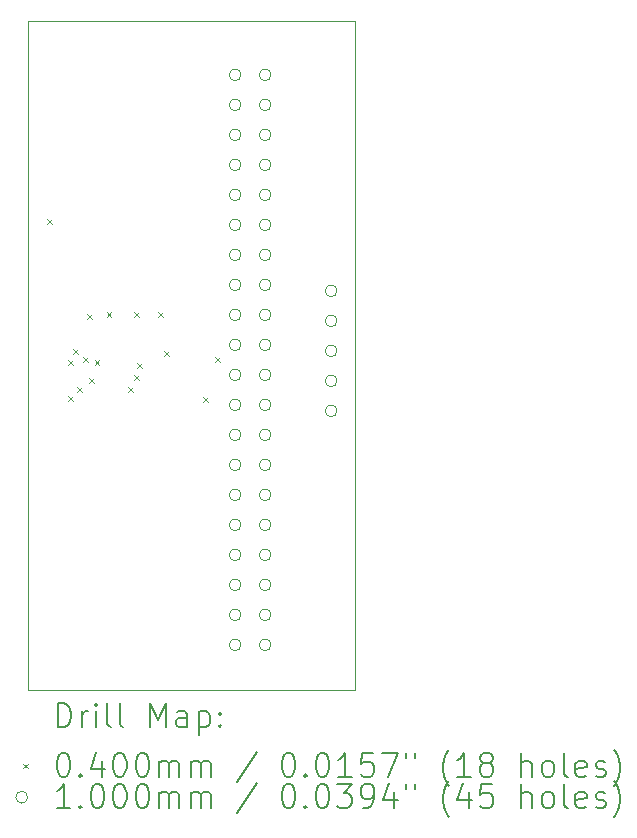
<source format=gbr>
%TF.GenerationSoftware,KiCad,Pcbnew,(6.0.7)*%
%TF.CreationDate,2023-01-29T20:04:32+00:00*%
%TF.ProjectId,DE0_Addon_Board,4445305f-4164-4646-9f6e-5f426f617264,0*%
%TF.SameCoordinates,Original*%
%TF.FileFunction,Drillmap*%
%TF.FilePolarity,Positive*%
%FSLAX45Y45*%
G04 Gerber Fmt 4.5, Leading zero omitted, Abs format (unit mm)*
G04 Created by KiCad (PCBNEW (6.0.7)) date 2023-01-29 20:04:32*
%MOMM*%
%LPD*%
G01*
G04 APERTURE LIST*
%ADD10C,0.100000*%
%ADD11C,0.200000*%
%ADD12C,0.040000*%
G04 APERTURE END LIST*
D10*
X6553200Y-2184400D02*
X3784600Y-2184400D01*
X3784600Y-2184400D02*
X3784600Y-7848600D01*
X3784600Y-7848600D02*
X6553200Y-7848600D01*
X6553200Y-7848600D02*
X6553200Y-2184400D01*
D11*
D12*
X3942400Y-3866200D02*
X3982400Y-3906200D01*
X3982400Y-3866200D02*
X3942400Y-3906200D01*
X4120200Y-5056750D02*
X4160200Y-5096750D01*
X4160200Y-5056750D02*
X4120200Y-5096750D01*
X4120200Y-5364800D02*
X4160200Y-5404800D01*
X4160200Y-5364800D02*
X4120200Y-5404800D01*
X4163678Y-4965722D02*
X4203678Y-5005722D01*
X4203678Y-4965722D02*
X4163678Y-5005722D01*
X4196400Y-5288600D02*
X4236400Y-5328600D01*
X4236400Y-5288600D02*
X4196400Y-5328600D01*
X4247200Y-5034600D02*
X4287200Y-5074600D01*
X4287200Y-5034600D02*
X4247200Y-5074600D01*
X4285971Y-4666489D02*
X4325971Y-4706489D01*
X4325971Y-4666489D02*
X4285971Y-4706489D01*
X4298000Y-5212400D02*
X4338000Y-5252400D01*
X4338000Y-5212400D02*
X4298000Y-5252400D01*
X4348536Y-5056750D02*
X4388536Y-5096750D01*
X4388536Y-5056750D02*
X4348536Y-5096750D01*
X4449992Y-4653149D02*
X4489992Y-4693149D01*
X4489992Y-4653149D02*
X4449992Y-4693149D01*
X4628200Y-5288600D02*
X4668200Y-5328600D01*
X4668200Y-5288600D02*
X4628200Y-5328600D01*
X4679000Y-4653600D02*
X4719000Y-4693600D01*
X4719000Y-4653600D02*
X4679000Y-4693600D01*
X4679000Y-5187000D02*
X4719000Y-5227000D01*
X4719000Y-5187000D02*
X4679000Y-5227000D01*
X4704400Y-5085400D02*
X4744400Y-5125400D01*
X4744400Y-5085400D02*
X4704400Y-5125400D01*
X4882200Y-4653600D02*
X4922200Y-4693600D01*
X4922200Y-4653600D02*
X4882200Y-4693600D01*
X4933000Y-4983800D02*
X4973000Y-5023800D01*
X4973000Y-4983800D02*
X4933000Y-5023800D01*
X5267921Y-5369053D02*
X5307921Y-5409053D01*
X5307921Y-5369053D02*
X5267921Y-5409053D01*
X5364800Y-5034600D02*
X5404800Y-5074600D01*
X5404800Y-5034600D02*
X5364800Y-5074600D01*
D10*
X5587200Y-2641600D02*
G75*
G03*
X5587200Y-2641600I-50000J0D01*
G01*
X5587200Y-2895600D02*
G75*
G03*
X5587200Y-2895600I-50000J0D01*
G01*
X5587200Y-3149600D02*
G75*
G03*
X5587200Y-3149600I-50000J0D01*
G01*
X5587200Y-3403600D02*
G75*
G03*
X5587200Y-3403600I-50000J0D01*
G01*
X5587200Y-3657600D02*
G75*
G03*
X5587200Y-3657600I-50000J0D01*
G01*
X5587200Y-3911600D02*
G75*
G03*
X5587200Y-3911600I-50000J0D01*
G01*
X5587200Y-4165600D02*
G75*
G03*
X5587200Y-4165600I-50000J0D01*
G01*
X5587200Y-4419600D02*
G75*
G03*
X5587200Y-4419600I-50000J0D01*
G01*
X5587200Y-4673600D02*
G75*
G03*
X5587200Y-4673600I-50000J0D01*
G01*
X5587200Y-4927600D02*
G75*
G03*
X5587200Y-4927600I-50000J0D01*
G01*
X5587200Y-5181600D02*
G75*
G03*
X5587200Y-5181600I-50000J0D01*
G01*
X5587200Y-5435600D02*
G75*
G03*
X5587200Y-5435600I-50000J0D01*
G01*
X5587200Y-5689600D02*
G75*
G03*
X5587200Y-5689600I-50000J0D01*
G01*
X5587200Y-5943600D02*
G75*
G03*
X5587200Y-5943600I-50000J0D01*
G01*
X5587200Y-6197600D02*
G75*
G03*
X5587200Y-6197600I-50000J0D01*
G01*
X5587200Y-6451600D02*
G75*
G03*
X5587200Y-6451600I-50000J0D01*
G01*
X5587200Y-6705600D02*
G75*
G03*
X5587200Y-6705600I-50000J0D01*
G01*
X5587200Y-6959600D02*
G75*
G03*
X5587200Y-6959600I-50000J0D01*
G01*
X5587200Y-7213600D02*
G75*
G03*
X5587200Y-7213600I-50000J0D01*
G01*
X5587200Y-7467600D02*
G75*
G03*
X5587200Y-7467600I-50000J0D01*
G01*
X5841200Y-2641600D02*
G75*
G03*
X5841200Y-2641600I-50000J0D01*
G01*
X5841200Y-2895600D02*
G75*
G03*
X5841200Y-2895600I-50000J0D01*
G01*
X5841200Y-3149600D02*
G75*
G03*
X5841200Y-3149600I-50000J0D01*
G01*
X5841200Y-3403600D02*
G75*
G03*
X5841200Y-3403600I-50000J0D01*
G01*
X5841200Y-3657600D02*
G75*
G03*
X5841200Y-3657600I-50000J0D01*
G01*
X5841200Y-3911600D02*
G75*
G03*
X5841200Y-3911600I-50000J0D01*
G01*
X5841200Y-4165600D02*
G75*
G03*
X5841200Y-4165600I-50000J0D01*
G01*
X5841200Y-4419600D02*
G75*
G03*
X5841200Y-4419600I-50000J0D01*
G01*
X5841200Y-4673600D02*
G75*
G03*
X5841200Y-4673600I-50000J0D01*
G01*
X5841200Y-4927600D02*
G75*
G03*
X5841200Y-4927600I-50000J0D01*
G01*
X5841200Y-5181600D02*
G75*
G03*
X5841200Y-5181600I-50000J0D01*
G01*
X5841200Y-5435600D02*
G75*
G03*
X5841200Y-5435600I-50000J0D01*
G01*
X5841200Y-5689600D02*
G75*
G03*
X5841200Y-5689600I-50000J0D01*
G01*
X5841200Y-5943600D02*
G75*
G03*
X5841200Y-5943600I-50000J0D01*
G01*
X5841200Y-6197600D02*
G75*
G03*
X5841200Y-6197600I-50000J0D01*
G01*
X5841200Y-6451600D02*
G75*
G03*
X5841200Y-6451600I-50000J0D01*
G01*
X5841200Y-6705600D02*
G75*
G03*
X5841200Y-6705600I-50000J0D01*
G01*
X5841200Y-6959600D02*
G75*
G03*
X5841200Y-6959600I-50000J0D01*
G01*
X5841200Y-7213600D02*
G75*
G03*
X5841200Y-7213600I-50000J0D01*
G01*
X5841200Y-7467600D02*
G75*
G03*
X5841200Y-7467600I-50000J0D01*
G01*
X6400000Y-4470400D02*
G75*
G03*
X6400000Y-4470400I-50000J0D01*
G01*
X6400000Y-4724400D02*
G75*
G03*
X6400000Y-4724400I-50000J0D01*
G01*
X6400000Y-4978400D02*
G75*
G03*
X6400000Y-4978400I-50000J0D01*
G01*
X6400000Y-5232400D02*
G75*
G03*
X6400000Y-5232400I-50000J0D01*
G01*
X6400000Y-5486400D02*
G75*
G03*
X6400000Y-5486400I-50000J0D01*
G01*
D11*
X4037219Y-8164076D02*
X4037219Y-7964076D01*
X4084838Y-7964076D01*
X4113409Y-7973600D01*
X4132457Y-7992648D01*
X4141981Y-8011695D01*
X4151505Y-8049790D01*
X4151505Y-8078362D01*
X4141981Y-8116457D01*
X4132457Y-8135505D01*
X4113409Y-8154552D01*
X4084838Y-8164076D01*
X4037219Y-8164076D01*
X4237219Y-8164076D02*
X4237219Y-8030743D01*
X4237219Y-8068838D02*
X4246743Y-8049790D01*
X4256267Y-8040267D01*
X4275314Y-8030743D01*
X4294362Y-8030743D01*
X4361029Y-8164076D02*
X4361029Y-8030743D01*
X4361029Y-7964076D02*
X4351505Y-7973600D01*
X4361029Y-7983124D01*
X4370552Y-7973600D01*
X4361029Y-7964076D01*
X4361029Y-7983124D01*
X4484838Y-8164076D02*
X4465790Y-8154552D01*
X4456267Y-8135505D01*
X4456267Y-7964076D01*
X4589600Y-8164076D02*
X4570552Y-8154552D01*
X4561029Y-8135505D01*
X4561029Y-7964076D01*
X4818171Y-8164076D02*
X4818171Y-7964076D01*
X4884838Y-8106933D01*
X4951505Y-7964076D01*
X4951505Y-8164076D01*
X5132457Y-8164076D02*
X5132457Y-8059314D01*
X5122933Y-8040267D01*
X5103886Y-8030743D01*
X5065790Y-8030743D01*
X5046743Y-8040267D01*
X5132457Y-8154552D02*
X5113410Y-8164076D01*
X5065790Y-8164076D01*
X5046743Y-8154552D01*
X5037219Y-8135505D01*
X5037219Y-8116457D01*
X5046743Y-8097409D01*
X5065790Y-8087886D01*
X5113410Y-8087886D01*
X5132457Y-8078362D01*
X5227695Y-8030743D02*
X5227695Y-8230743D01*
X5227695Y-8040267D02*
X5246743Y-8030743D01*
X5284838Y-8030743D01*
X5303886Y-8040267D01*
X5313410Y-8049790D01*
X5322933Y-8068838D01*
X5322933Y-8125981D01*
X5313410Y-8145028D01*
X5303886Y-8154552D01*
X5284838Y-8164076D01*
X5246743Y-8164076D01*
X5227695Y-8154552D01*
X5408648Y-8145028D02*
X5418171Y-8154552D01*
X5408648Y-8164076D01*
X5399124Y-8154552D01*
X5408648Y-8145028D01*
X5408648Y-8164076D01*
X5408648Y-8040267D02*
X5418171Y-8049790D01*
X5408648Y-8059314D01*
X5399124Y-8049790D01*
X5408648Y-8040267D01*
X5408648Y-8059314D01*
D12*
X3739600Y-8473600D02*
X3779600Y-8513600D01*
X3779600Y-8473600D02*
X3739600Y-8513600D01*
D11*
X4075314Y-8384076D02*
X4094362Y-8384076D01*
X4113409Y-8393600D01*
X4122933Y-8403124D01*
X4132457Y-8422171D01*
X4141981Y-8460267D01*
X4141981Y-8507886D01*
X4132457Y-8545981D01*
X4122933Y-8565029D01*
X4113409Y-8574552D01*
X4094362Y-8584076D01*
X4075314Y-8584076D01*
X4056267Y-8574552D01*
X4046743Y-8565029D01*
X4037219Y-8545981D01*
X4027695Y-8507886D01*
X4027695Y-8460267D01*
X4037219Y-8422171D01*
X4046743Y-8403124D01*
X4056267Y-8393600D01*
X4075314Y-8384076D01*
X4227695Y-8565029D02*
X4237219Y-8574552D01*
X4227695Y-8584076D01*
X4218171Y-8574552D01*
X4227695Y-8565029D01*
X4227695Y-8584076D01*
X4408648Y-8450743D02*
X4408648Y-8584076D01*
X4361029Y-8374552D02*
X4313410Y-8517410D01*
X4437219Y-8517410D01*
X4551505Y-8384076D02*
X4570552Y-8384076D01*
X4589600Y-8393600D01*
X4599124Y-8403124D01*
X4608648Y-8422171D01*
X4618171Y-8460267D01*
X4618171Y-8507886D01*
X4608648Y-8545981D01*
X4599124Y-8565029D01*
X4589600Y-8574552D01*
X4570552Y-8584076D01*
X4551505Y-8584076D01*
X4532457Y-8574552D01*
X4522933Y-8565029D01*
X4513410Y-8545981D01*
X4503886Y-8507886D01*
X4503886Y-8460267D01*
X4513410Y-8422171D01*
X4522933Y-8403124D01*
X4532457Y-8393600D01*
X4551505Y-8384076D01*
X4741981Y-8384076D02*
X4761029Y-8384076D01*
X4780076Y-8393600D01*
X4789600Y-8403124D01*
X4799124Y-8422171D01*
X4808648Y-8460267D01*
X4808648Y-8507886D01*
X4799124Y-8545981D01*
X4789600Y-8565029D01*
X4780076Y-8574552D01*
X4761029Y-8584076D01*
X4741981Y-8584076D01*
X4722933Y-8574552D01*
X4713410Y-8565029D01*
X4703886Y-8545981D01*
X4694362Y-8507886D01*
X4694362Y-8460267D01*
X4703886Y-8422171D01*
X4713410Y-8403124D01*
X4722933Y-8393600D01*
X4741981Y-8384076D01*
X4894362Y-8584076D02*
X4894362Y-8450743D01*
X4894362Y-8469790D02*
X4903886Y-8460267D01*
X4922933Y-8450743D01*
X4951505Y-8450743D01*
X4970552Y-8460267D01*
X4980076Y-8479314D01*
X4980076Y-8584076D01*
X4980076Y-8479314D02*
X4989600Y-8460267D01*
X5008648Y-8450743D01*
X5037219Y-8450743D01*
X5056267Y-8460267D01*
X5065790Y-8479314D01*
X5065790Y-8584076D01*
X5161029Y-8584076D02*
X5161029Y-8450743D01*
X5161029Y-8469790D02*
X5170552Y-8460267D01*
X5189600Y-8450743D01*
X5218171Y-8450743D01*
X5237219Y-8460267D01*
X5246743Y-8479314D01*
X5246743Y-8584076D01*
X5246743Y-8479314D02*
X5256267Y-8460267D01*
X5275314Y-8450743D01*
X5303886Y-8450743D01*
X5322933Y-8460267D01*
X5332457Y-8479314D01*
X5332457Y-8584076D01*
X5722933Y-8374552D02*
X5551505Y-8631695D01*
X5980076Y-8384076D02*
X5999124Y-8384076D01*
X6018171Y-8393600D01*
X6027695Y-8403124D01*
X6037219Y-8422171D01*
X6046743Y-8460267D01*
X6046743Y-8507886D01*
X6037219Y-8545981D01*
X6027695Y-8565029D01*
X6018171Y-8574552D01*
X5999124Y-8584076D01*
X5980076Y-8584076D01*
X5961028Y-8574552D01*
X5951505Y-8565029D01*
X5941981Y-8545981D01*
X5932457Y-8507886D01*
X5932457Y-8460267D01*
X5941981Y-8422171D01*
X5951505Y-8403124D01*
X5961028Y-8393600D01*
X5980076Y-8384076D01*
X6132457Y-8565029D02*
X6141981Y-8574552D01*
X6132457Y-8584076D01*
X6122933Y-8574552D01*
X6132457Y-8565029D01*
X6132457Y-8584076D01*
X6265790Y-8384076D02*
X6284838Y-8384076D01*
X6303886Y-8393600D01*
X6313409Y-8403124D01*
X6322933Y-8422171D01*
X6332457Y-8460267D01*
X6332457Y-8507886D01*
X6322933Y-8545981D01*
X6313409Y-8565029D01*
X6303886Y-8574552D01*
X6284838Y-8584076D01*
X6265790Y-8584076D01*
X6246743Y-8574552D01*
X6237219Y-8565029D01*
X6227695Y-8545981D01*
X6218171Y-8507886D01*
X6218171Y-8460267D01*
X6227695Y-8422171D01*
X6237219Y-8403124D01*
X6246743Y-8393600D01*
X6265790Y-8384076D01*
X6522933Y-8584076D02*
X6408648Y-8584076D01*
X6465790Y-8584076D02*
X6465790Y-8384076D01*
X6446743Y-8412648D01*
X6427695Y-8431695D01*
X6408648Y-8441219D01*
X6703886Y-8384076D02*
X6608648Y-8384076D01*
X6599124Y-8479314D01*
X6608648Y-8469790D01*
X6627695Y-8460267D01*
X6675314Y-8460267D01*
X6694362Y-8469790D01*
X6703886Y-8479314D01*
X6713409Y-8498362D01*
X6713409Y-8545981D01*
X6703886Y-8565029D01*
X6694362Y-8574552D01*
X6675314Y-8584076D01*
X6627695Y-8584076D01*
X6608648Y-8574552D01*
X6599124Y-8565029D01*
X6780076Y-8384076D02*
X6913409Y-8384076D01*
X6827695Y-8584076D01*
X6980076Y-8384076D02*
X6980076Y-8422171D01*
X7056267Y-8384076D02*
X7056267Y-8422171D01*
X7351505Y-8660267D02*
X7341981Y-8650743D01*
X7322933Y-8622171D01*
X7313409Y-8603124D01*
X7303886Y-8574552D01*
X7294362Y-8526933D01*
X7294362Y-8488838D01*
X7303886Y-8441219D01*
X7313409Y-8412648D01*
X7322933Y-8393600D01*
X7341981Y-8365028D01*
X7351505Y-8355505D01*
X7532457Y-8584076D02*
X7418171Y-8584076D01*
X7475314Y-8584076D02*
X7475314Y-8384076D01*
X7456267Y-8412648D01*
X7437219Y-8431695D01*
X7418171Y-8441219D01*
X7646743Y-8469790D02*
X7627695Y-8460267D01*
X7618171Y-8450743D01*
X7608648Y-8431695D01*
X7608648Y-8422171D01*
X7618171Y-8403124D01*
X7627695Y-8393600D01*
X7646743Y-8384076D01*
X7684838Y-8384076D01*
X7703886Y-8393600D01*
X7713409Y-8403124D01*
X7722933Y-8422171D01*
X7722933Y-8431695D01*
X7713409Y-8450743D01*
X7703886Y-8460267D01*
X7684838Y-8469790D01*
X7646743Y-8469790D01*
X7627695Y-8479314D01*
X7618171Y-8488838D01*
X7608648Y-8507886D01*
X7608648Y-8545981D01*
X7618171Y-8565029D01*
X7627695Y-8574552D01*
X7646743Y-8584076D01*
X7684838Y-8584076D01*
X7703886Y-8574552D01*
X7713409Y-8565029D01*
X7722933Y-8545981D01*
X7722933Y-8507886D01*
X7713409Y-8488838D01*
X7703886Y-8479314D01*
X7684838Y-8469790D01*
X7961028Y-8584076D02*
X7961028Y-8384076D01*
X8046743Y-8584076D02*
X8046743Y-8479314D01*
X8037219Y-8460267D01*
X8018171Y-8450743D01*
X7989600Y-8450743D01*
X7970552Y-8460267D01*
X7961028Y-8469790D01*
X8170552Y-8584076D02*
X8151505Y-8574552D01*
X8141981Y-8565029D01*
X8132457Y-8545981D01*
X8132457Y-8488838D01*
X8141981Y-8469790D01*
X8151505Y-8460267D01*
X8170552Y-8450743D01*
X8199124Y-8450743D01*
X8218171Y-8460267D01*
X8227695Y-8469790D01*
X8237219Y-8488838D01*
X8237219Y-8545981D01*
X8227695Y-8565029D01*
X8218171Y-8574552D01*
X8199124Y-8584076D01*
X8170552Y-8584076D01*
X8351505Y-8584076D02*
X8332457Y-8574552D01*
X8322933Y-8555505D01*
X8322933Y-8384076D01*
X8503886Y-8574552D02*
X8484838Y-8584076D01*
X8446743Y-8584076D01*
X8427695Y-8574552D01*
X8418171Y-8555505D01*
X8418171Y-8479314D01*
X8427695Y-8460267D01*
X8446743Y-8450743D01*
X8484838Y-8450743D01*
X8503886Y-8460267D01*
X8513410Y-8479314D01*
X8513410Y-8498362D01*
X8418171Y-8517410D01*
X8589600Y-8574552D02*
X8608648Y-8584076D01*
X8646743Y-8584076D01*
X8665790Y-8574552D01*
X8675314Y-8555505D01*
X8675314Y-8545981D01*
X8665790Y-8526933D01*
X8646743Y-8517410D01*
X8618171Y-8517410D01*
X8599124Y-8507886D01*
X8589600Y-8488838D01*
X8589600Y-8479314D01*
X8599124Y-8460267D01*
X8618171Y-8450743D01*
X8646743Y-8450743D01*
X8665790Y-8460267D01*
X8741981Y-8660267D02*
X8751505Y-8650743D01*
X8770552Y-8622171D01*
X8780076Y-8603124D01*
X8789600Y-8574552D01*
X8799124Y-8526933D01*
X8799124Y-8488838D01*
X8789600Y-8441219D01*
X8780076Y-8412648D01*
X8770552Y-8393600D01*
X8751505Y-8365028D01*
X8741981Y-8355505D01*
D10*
X3779600Y-8757600D02*
G75*
G03*
X3779600Y-8757600I-50000J0D01*
G01*
D11*
X4141981Y-8848076D02*
X4027695Y-8848076D01*
X4084838Y-8848076D02*
X4084838Y-8648076D01*
X4065790Y-8676648D01*
X4046743Y-8695695D01*
X4027695Y-8705219D01*
X4227695Y-8829029D02*
X4237219Y-8838552D01*
X4227695Y-8848076D01*
X4218171Y-8838552D01*
X4227695Y-8829029D01*
X4227695Y-8848076D01*
X4361029Y-8648076D02*
X4380076Y-8648076D01*
X4399124Y-8657600D01*
X4408648Y-8667124D01*
X4418171Y-8686171D01*
X4427695Y-8724267D01*
X4427695Y-8771886D01*
X4418171Y-8809981D01*
X4408648Y-8829029D01*
X4399124Y-8838552D01*
X4380076Y-8848076D01*
X4361029Y-8848076D01*
X4341981Y-8838552D01*
X4332457Y-8829029D01*
X4322933Y-8809981D01*
X4313410Y-8771886D01*
X4313410Y-8724267D01*
X4322933Y-8686171D01*
X4332457Y-8667124D01*
X4341981Y-8657600D01*
X4361029Y-8648076D01*
X4551505Y-8648076D02*
X4570552Y-8648076D01*
X4589600Y-8657600D01*
X4599124Y-8667124D01*
X4608648Y-8686171D01*
X4618171Y-8724267D01*
X4618171Y-8771886D01*
X4608648Y-8809981D01*
X4599124Y-8829029D01*
X4589600Y-8838552D01*
X4570552Y-8848076D01*
X4551505Y-8848076D01*
X4532457Y-8838552D01*
X4522933Y-8829029D01*
X4513410Y-8809981D01*
X4503886Y-8771886D01*
X4503886Y-8724267D01*
X4513410Y-8686171D01*
X4522933Y-8667124D01*
X4532457Y-8657600D01*
X4551505Y-8648076D01*
X4741981Y-8648076D02*
X4761029Y-8648076D01*
X4780076Y-8657600D01*
X4789600Y-8667124D01*
X4799124Y-8686171D01*
X4808648Y-8724267D01*
X4808648Y-8771886D01*
X4799124Y-8809981D01*
X4789600Y-8829029D01*
X4780076Y-8838552D01*
X4761029Y-8848076D01*
X4741981Y-8848076D01*
X4722933Y-8838552D01*
X4713410Y-8829029D01*
X4703886Y-8809981D01*
X4694362Y-8771886D01*
X4694362Y-8724267D01*
X4703886Y-8686171D01*
X4713410Y-8667124D01*
X4722933Y-8657600D01*
X4741981Y-8648076D01*
X4894362Y-8848076D02*
X4894362Y-8714743D01*
X4894362Y-8733790D02*
X4903886Y-8724267D01*
X4922933Y-8714743D01*
X4951505Y-8714743D01*
X4970552Y-8724267D01*
X4980076Y-8743314D01*
X4980076Y-8848076D01*
X4980076Y-8743314D02*
X4989600Y-8724267D01*
X5008648Y-8714743D01*
X5037219Y-8714743D01*
X5056267Y-8724267D01*
X5065790Y-8743314D01*
X5065790Y-8848076D01*
X5161029Y-8848076D02*
X5161029Y-8714743D01*
X5161029Y-8733790D02*
X5170552Y-8724267D01*
X5189600Y-8714743D01*
X5218171Y-8714743D01*
X5237219Y-8724267D01*
X5246743Y-8743314D01*
X5246743Y-8848076D01*
X5246743Y-8743314D02*
X5256267Y-8724267D01*
X5275314Y-8714743D01*
X5303886Y-8714743D01*
X5322933Y-8724267D01*
X5332457Y-8743314D01*
X5332457Y-8848076D01*
X5722933Y-8638552D02*
X5551505Y-8895695D01*
X5980076Y-8648076D02*
X5999124Y-8648076D01*
X6018171Y-8657600D01*
X6027695Y-8667124D01*
X6037219Y-8686171D01*
X6046743Y-8724267D01*
X6046743Y-8771886D01*
X6037219Y-8809981D01*
X6027695Y-8829029D01*
X6018171Y-8838552D01*
X5999124Y-8848076D01*
X5980076Y-8848076D01*
X5961028Y-8838552D01*
X5951505Y-8829029D01*
X5941981Y-8809981D01*
X5932457Y-8771886D01*
X5932457Y-8724267D01*
X5941981Y-8686171D01*
X5951505Y-8667124D01*
X5961028Y-8657600D01*
X5980076Y-8648076D01*
X6132457Y-8829029D02*
X6141981Y-8838552D01*
X6132457Y-8848076D01*
X6122933Y-8838552D01*
X6132457Y-8829029D01*
X6132457Y-8848076D01*
X6265790Y-8648076D02*
X6284838Y-8648076D01*
X6303886Y-8657600D01*
X6313409Y-8667124D01*
X6322933Y-8686171D01*
X6332457Y-8724267D01*
X6332457Y-8771886D01*
X6322933Y-8809981D01*
X6313409Y-8829029D01*
X6303886Y-8838552D01*
X6284838Y-8848076D01*
X6265790Y-8848076D01*
X6246743Y-8838552D01*
X6237219Y-8829029D01*
X6227695Y-8809981D01*
X6218171Y-8771886D01*
X6218171Y-8724267D01*
X6227695Y-8686171D01*
X6237219Y-8667124D01*
X6246743Y-8657600D01*
X6265790Y-8648076D01*
X6399124Y-8648076D02*
X6522933Y-8648076D01*
X6456267Y-8724267D01*
X6484838Y-8724267D01*
X6503886Y-8733790D01*
X6513409Y-8743314D01*
X6522933Y-8762362D01*
X6522933Y-8809981D01*
X6513409Y-8829029D01*
X6503886Y-8838552D01*
X6484838Y-8848076D01*
X6427695Y-8848076D01*
X6408648Y-8838552D01*
X6399124Y-8829029D01*
X6618171Y-8848076D02*
X6656267Y-8848076D01*
X6675314Y-8838552D01*
X6684838Y-8829029D01*
X6703886Y-8800457D01*
X6713409Y-8762362D01*
X6713409Y-8686171D01*
X6703886Y-8667124D01*
X6694362Y-8657600D01*
X6675314Y-8648076D01*
X6637219Y-8648076D01*
X6618171Y-8657600D01*
X6608648Y-8667124D01*
X6599124Y-8686171D01*
X6599124Y-8733790D01*
X6608648Y-8752838D01*
X6618171Y-8762362D01*
X6637219Y-8771886D01*
X6675314Y-8771886D01*
X6694362Y-8762362D01*
X6703886Y-8752838D01*
X6713409Y-8733790D01*
X6884838Y-8714743D02*
X6884838Y-8848076D01*
X6837219Y-8638552D02*
X6789600Y-8781410D01*
X6913409Y-8781410D01*
X6980076Y-8648076D02*
X6980076Y-8686171D01*
X7056267Y-8648076D02*
X7056267Y-8686171D01*
X7351505Y-8924267D02*
X7341981Y-8914743D01*
X7322933Y-8886171D01*
X7313409Y-8867124D01*
X7303886Y-8838552D01*
X7294362Y-8790933D01*
X7294362Y-8752838D01*
X7303886Y-8705219D01*
X7313409Y-8676648D01*
X7322933Y-8657600D01*
X7341981Y-8629029D01*
X7351505Y-8619505D01*
X7513409Y-8714743D02*
X7513409Y-8848076D01*
X7465790Y-8638552D02*
X7418171Y-8781410D01*
X7541981Y-8781410D01*
X7713409Y-8648076D02*
X7618171Y-8648076D01*
X7608648Y-8743314D01*
X7618171Y-8733790D01*
X7637219Y-8724267D01*
X7684838Y-8724267D01*
X7703886Y-8733790D01*
X7713409Y-8743314D01*
X7722933Y-8762362D01*
X7722933Y-8809981D01*
X7713409Y-8829029D01*
X7703886Y-8838552D01*
X7684838Y-8848076D01*
X7637219Y-8848076D01*
X7618171Y-8838552D01*
X7608648Y-8829029D01*
X7961028Y-8848076D02*
X7961028Y-8648076D01*
X8046743Y-8848076D02*
X8046743Y-8743314D01*
X8037219Y-8724267D01*
X8018171Y-8714743D01*
X7989600Y-8714743D01*
X7970552Y-8724267D01*
X7961028Y-8733790D01*
X8170552Y-8848076D02*
X8151505Y-8838552D01*
X8141981Y-8829029D01*
X8132457Y-8809981D01*
X8132457Y-8752838D01*
X8141981Y-8733790D01*
X8151505Y-8724267D01*
X8170552Y-8714743D01*
X8199124Y-8714743D01*
X8218171Y-8724267D01*
X8227695Y-8733790D01*
X8237219Y-8752838D01*
X8237219Y-8809981D01*
X8227695Y-8829029D01*
X8218171Y-8838552D01*
X8199124Y-8848076D01*
X8170552Y-8848076D01*
X8351505Y-8848076D02*
X8332457Y-8838552D01*
X8322933Y-8819505D01*
X8322933Y-8648076D01*
X8503886Y-8838552D02*
X8484838Y-8848076D01*
X8446743Y-8848076D01*
X8427695Y-8838552D01*
X8418171Y-8819505D01*
X8418171Y-8743314D01*
X8427695Y-8724267D01*
X8446743Y-8714743D01*
X8484838Y-8714743D01*
X8503886Y-8724267D01*
X8513410Y-8743314D01*
X8513410Y-8762362D01*
X8418171Y-8781410D01*
X8589600Y-8838552D02*
X8608648Y-8848076D01*
X8646743Y-8848076D01*
X8665790Y-8838552D01*
X8675314Y-8819505D01*
X8675314Y-8809981D01*
X8665790Y-8790933D01*
X8646743Y-8781410D01*
X8618171Y-8781410D01*
X8599124Y-8771886D01*
X8589600Y-8752838D01*
X8589600Y-8743314D01*
X8599124Y-8724267D01*
X8618171Y-8714743D01*
X8646743Y-8714743D01*
X8665790Y-8724267D01*
X8741981Y-8924267D02*
X8751505Y-8914743D01*
X8770552Y-8886171D01*
X8780076Y-8867124D01*
X8789600Y-8838552D01*
X8799124Y-8790933D01*
X8799124Y-8752838D01*
X8789600Y-8705219D01*
X8780076Y-8676648D01*
X8770552Y-8657600D01*
X8751505Y-8629029D01*
X8741981Y-8619505D01*
M02*

</source>
